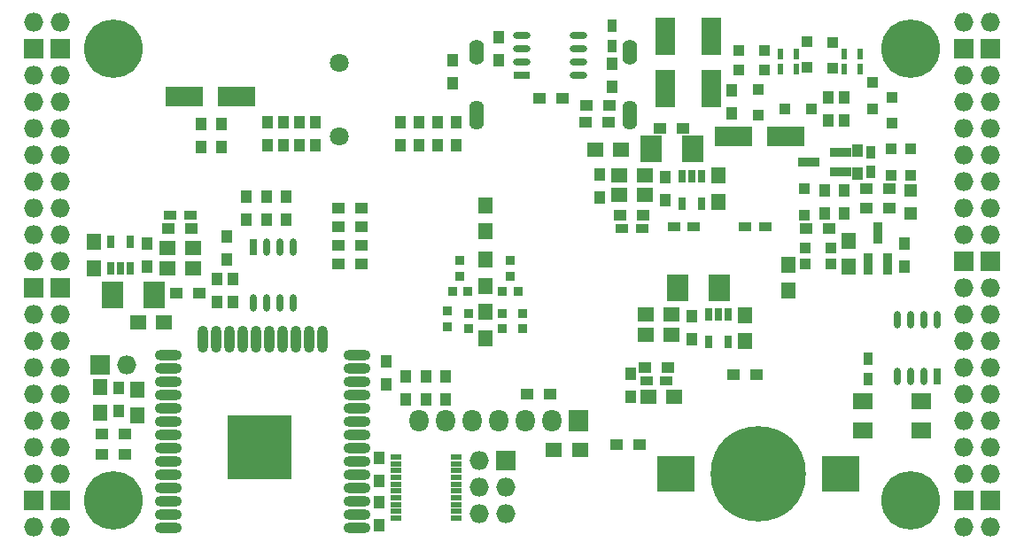
<source format=gbs>
G04 #@! TF.FileFunction,Soldermask,Bot*
%FSLAX46Y46*%
G04 Gerber Fmt 4.6, Leading zero omitted, Abs format (unit mm)*
G04 Created by KiCad (PCBNEW 4.0.7+dfsg1-1) date Thu Feb 22 21:10:55 2018*
%MOMM*%
%LPD*%
G01*
G04 APERTURE LIST*
%ADD10C,0.100000*%
%ADD11O,1.827200X1.827200*%
%ADD12R,1.827200X1.827200*%
%ADD13R,1.000000X1.300000*%
%ADD14R,1.900000X3.600000*%
%ADD15R,1.300000X1.000000*%
%ADD16R,2.100000X2.600000*%
%ADD17R,0.800000X1.300000*%
%ADD18R,1.350000X1.600000*%
%ADD19R,1.600000X1.350000*%
%ADD20R,0.900000X2.000000*%
%ADD21R,2.000000X0.900000*%
%ADD22R,1.300000X0.850000*%
%ADD23R,0.850000X1.300000*%
%ADD24C,5.600000*%
%ADD25R,1.100000X0.500000*%
%ADD26R,1.827200X2.132000*%
%ADD27O,1.827200X2.132000*%
%ADD28R,3.600000X1.900000*%
%ADD29R,3.600000X3.400000*%
%ADD30C,9.100000*%
%ADD31R,1.100000X1.100000*%
%ADD32C,1.800000*%
%ADD33O,1.400000X2.800000*%
%ADD34O,1.400000X2.400000*%
%ADD35R,0.700000X1.650000*%
%ADD36O,0.700000X1.650000*%
%ADD37R,1.650000X0.700000*%
%ADD38O,1.650000X0.700000*%
%ADD39O,2.600000X1.000000*%
%ADD40O,1.000000X2.600000*%
%ADD41R,6.100000X6.100000*%
%ADD42R,1.900000X1.500000*%
%ADD43R,1.300000X1.300000*%
%ADD44R,0.850000X0.900000*%
%ADD45R,0.900000X0.850000*%
%ADD46R,0.600000X1.000000*%
G04 APERTURE END LIST*
D10*
D11*
X97910000Y-62690000D03*
X95370000Y-62690000D03*
D12*
X97910000Y-65230000D03*
X95370000Y-65230000D03*
D11*
X97910000Y-67770000D03*
X95370000Y-67770000D03*
X97910000Y-70310000D03*
X95370000Y-70310000D03*
X97910000Y-72850000D03*
X95370000Y-72850000D03*
X97910000Y-75390000D03*
X95370000Y-75390000D03*
X97910000Y-77930000D03*
X95370000Y-77930000D03*
X97910000Y-80470000D03*
X95370000Y-80470000D03*
X97910000Y-83010000D03*
X95370000Y-83010000D03*
X97910000Y-85550000D03*
X95370000Y-85550000D03*
D12*
X97910000Y-88090000D03*
X95370000Y-88090000D03*
D11*
X97910000Y-90630000D03*
X95370000Y-90630000D03*
X97910000Y-93170000D03*
X95370000Y-93170000D03*
X97910000Y-95710000D03*
X95370000Y-95710000D03*
X97910000Y-98250000D03*
X95370000Y-98250000D03*
X97910000Y-100790000D03*
X95370000Y-100790000D03*
X97910000Y-103330000D03*
X95370000Y-103330000D03*
X97910000Y-105870000D03*
X95370000Y-105870000D03*
D12*
X97910000Y-108410000D03*
X95370000Y-108410000D03*
D11*
X97910000Y-110950000D03*
X95370000Y-110950000D03*
D13*
X103498000Y-99858000D03*
X103498000Y-97658000D03*
D14*
X155695000Y-69000000D03*
X155695000Y-64000000D03*
D15*
X157430000Y-72850000D03*
X155230000Y-72850000D03*
D16*
X160870000Y-88090000D03*
X156870000Y-88090000D03*
D17*
X159825000Y-90600000D03*
X160775000Y-90600000D03*
X161725000Y-90600000D03*
X161725000Y-93200000D03*
X159825000Y-93200000D03*
D16*
X102895000Y-88725000D03*
X106895000Y-88725000D03*
D17*
X104575000Y-86215000D03*
X103625000Y-86215000D03*
X102675000Y-86215000D03*
X102675000Y-83615000D03*
X104575000Y-83615000D03*
D16*
X158330000Y-74755000D03*
X154330000Y-74755000D03*
D17*
X157285000Y-77392000D03*
X158235000Y-77392000D03*
X159185000Y-77392000D03*
X159185000Y-79992000D03*
X157285000Y-79992000D03*
D18*
X101085000Y-83665000D03*
X101085000Y-86165000D03*
D19*
X153810000Y-90630000D03*
X156310000Y-90630000D03*
X153810000Y-92535000D03*
X156310000Y-92535000D03*
D18*
X163315000Y-93150000D03*
X163315000Y-90650000D03*
D19*
X151270000Y-79200000D03*
X153770000Y-79200000D03*
X151270000Y-77295000D03*
X153770000Y-77295000D03*
D18*
X160775000Y-79815000D03*
X160775000Y-77315000D03*
D19*
X110590000Y-84280000D03*
X108090000Y-84280000D03*
X110590000Y-86185000D03*
X108090000Y-86185000D03*
D18*
X173221000Y-86038000D03*
X173221000Y-83538000D03*
D20*
X176965000Y-85780000D03*
X175065000Y-85780000D03*
X176015000Y-82780000D03*
D21*
X172435000Y-75075000D03*
X172435000Y-76975000D03*
X169435000Y-76025000D03*
D22*
X153910000Y-96910000D03*
X155810000Y-96910000D03*
X151570000Y-82375000D03*
X153470000Y-82375000D03*
X110290000Y-81105000D03*
X108390000Y-81105000D03*
D23*
X175380000Y-75075000D03*
X175380000Y-76975000D03*
D15*
X169200000Y-82375000D03*
X171400000Y-82375000D03*
D13*
X172840000Y-80935000D03*
X172840000Y-78735000D03*
D15*
X177115000Y-80470000D03*
X174915000Y-80470000D03*
D13*
X174110000Y-74925000D03*
X174110000Y-77125000D03*
X178555000Y-83815000D03*
X178555000Y-86015000D03*
X113785000Y-83180000D03*
X113785000Y-85380000D03*
X170935000Y-80935000D03*
X170935000Y-78735000D03*
X128390000Y-108580000D03*
X128390000Y-110780000D03*
D15*
X153239000Y-103076000D03*
X151039000Y-103076000D03*
X177115000Y-78565000D03*
X174915000Y-78565000D03*
X153760000Y-95640000D03*
X155960000Y-95640000D03*
X110440000Y-82375000D03*
X108240000Y-82375000D03*
X151420000Y-81105000D03*
X153620000Y-81105000D03*
D13*
X158235000Y-90800000D03*
X158235000Y-93000000D03*
X106165000Y-86015000D03*
X106165000Y-83815000D03*
X155695000Y-77465000D03*
X155695000Y-79665000D03*
D15*
X126696000Y-85804000D03*
X124496000Y-85804000D03*
X126696000Y-84026000D03*
X124496000Y-84026000D03*
X126696000Y-82248000D03*
X124496000Y-82248000D03*
X126696000Y-80470000D03*
X124496000Y-80470000D03*
D13*
X130422000Y-74458000D03*
X130422000Y-72258000D03*
X132200000Y-74458000D03*
X132200000Y-72258000D03*
X133978000Y-74458000D03*
X133978000Y-72258000D03*
X135756000Y-74458000D03*
X135756000Y-72258000D03*
D23*
X150589600Y-64910000D03*
X150589600Y-63010000D03*
D11*
X184270000Y-110950000D03*
X186810000Y-110950000D03*
D12*
X184270000Y-108410000D03*
X186810000Y-108410000D03*
D11*
X184270000Y-105870000D03*
X186810000Y-105870000D03*
X184270000Y-103330000D03*
X186810000Y-103330000D03*
X184270000Y-100790000D03*
X186810000Y-100790000D03*
X184270000Y-98250000D03*
X186810000Y-98250000D03*
X184270000Y-95710000D03*
X186810000Y-95710000D03*
X184270000Y-93170000D03*
X186810000Y-93170000D03*
X184270000Y-90630000D03*
X186810000Y-90630000D03*
X184270000Y-88090000D03*
X186810000Y-88090000D03*
D12*
X184270000Y-85550000D03*
X186810000Y-85550000D03*
D11*
X184270000Y-83010000D03*
X186810000Y-83010000D03*
X184270000Y-80470000D03*
X186810000Y-80470000D03*
X184270000Y-77930000D03*
X186810000Y-77930000D03*
X184270000Y-75390000D03*
X186810000Y-75390000D03*
X184270000Y-72850000D03*
X186810000Y-72850000D03*
X184270000Y-70310000D03*
X186810000Y-70310000D03*
X184270000Y-67770000D03*
X186810000Y-67770000D03*
D12*
X184270000Y-65230000D03*
X186810000Y-65230000D03*
D11*
X184270000Y-62690000D03*
X186810000Y-62690000D03*
D24*
X102990000Y-108410000D03*
X179190000Y-108410000D03*
X179190000Y-65230000D03*
X102990000Y-65230000D03*
D13*
X162045000Y-71410000D03*
X162045000Y-69210000D03*
X139820000Y-66330000D03*
X139820000Y-64130000D03*
X135375000Y-68532000D03*
X135375000Y-66332000D03*
X150615000Y-68870000D03*
X150615000Y-66670000D03*
D15*
X150275000Y-72215000D03*
X148075000Y-72215000D03*
X150380000Y-70600000D03*
X148180000Y-70600000D03*
D25*
X135735000Y-104215000D03*
X135735000Y-104865000D03*
X135735000Y-105515000D03*
X135735000Y-106165000D03*
X135735000Y-106815000D03*
X135735000Y-107465000D03*
X135735000Y-108115000D03*
X135735000Y-108765000D03*
X135735000Y-109415000D03*
X135735000Y-110065000D03*
X129935000Y-110065000D03*
X129935000Y-109415000D03*
X129935000Y-108765000D03*
X129935000Y-108115000D03*
X129935000Y-107465000D03*
X129935000Y-106815000D03*
X129935000Y-106165000D03*
X129935000Y-105515000D03*
X129935000Y-104865000D03*
X129935000Y-104215000D03*
D13*
X119500000Y-79370000D03*
X119500000Y-81570000D03*
X114420000Y-89444000D03*
X114420000Y-87244000D03*
X129025000Y-97275000D03*
X129025000Y-95075000D03*
X117595000Y-79370000D03*
X117595000Y-81570000D03*
X112896000Y-89444000D03*
X112896000Y-87244000D03*
X115690000Y-79370000D03*
X115690000Y-81570000D03*
D15*
X144730000Y-98250000D03*
X142530000Y-98250000D03*
D13*
X132835000Y-98715000D03*
X132835000Y-96515000D03*
X130930000Y-98715000D03*
X130930000Y-96515000D03*
D15*
X101890000Y-103965000D03*
X104090000Y-103965000D03*
D12*
X101720000Y-95456000D03*
D11*
X104260000Y-95456000D03*
D15*
X104090000Y-102060000D03*
X101890000Y-102060000D03*
D18*
X167506000Y-88324000D03*
X167506000Y-85824000D03*
D15*
X164415000Y-96345000D03*
X162215000Y-96345000D03*
D12*
X140455000Y-104600000D03*
D11*
X137915000Y-104600000D03*
X140455000Y-107140000D03*
X137915000Y-107140000D03*
X140455000Y-109680000D03*
X137915000Y-109680000D03*
D18*
X138500000Y-90370000D03*
X138500000Y-92870000D03*
X138500000Y-82670000D03*
X138500000Y-80170000D03*
X138500000Y-85370000D03*
X138500000Y-87870000D03*
X101720000Y-97508000D03*
X101720000Y-100008000D03*
D13*
X113277000Y-74585000D03*
X113277000Y-72385000D03*
X111372000Y-74585000D03*
X111372000Y-72385000D03*
X172840000Y-72045000D03*
X172840000Y-69845000D03*
X171316000Y-72045000D03*
X171316000Y-69845000D03*
D26*
X147440000Y-100790000D03*
D27*
X144900000Y-100790000D03*
X142360000Y-100790000D03*
X139820000Y-100790000D03*
X137280000Y-100790000D03*
X134740000Y-100790000D03*
X132200000Y-100790000D03*
D18*
X105276000Y-100262000D03*
X105276000Y-97762000D03*
D28*
X109761000Y-69802000D03*
X114761000Y-69802000D03*
X167212000Y-73612000D03*
X162212000Y-73612000D03*
D14*
X160140000Y-64000000D03*
X160140000Y-69000000D03*
D19*
X154064000Y-98504000D03*
X156564000Y-98504000D03*
X107796000Y-91392000D03*
X105296000Y-91392000D03*
X151484000Y-74882000D03*
X148984000Y-74882000D03*
D13*
X134740000Y-96515000D03*
X134740000Y-98715000D03*
D29*
X172485000Y-105870000D03*
X156685000Y-105870000D03*
D30*
X164585000Y-105870000D03*
D31*
X169284000Y-66988000D03*
X169284000Y-64488000D03*
X171697000Y-67081000D03*
X171697000Y-64581000D03*
X169050000Y-84280000D03*
X171550000Y-84280000D03*
X169030000Y-81085000D03*
X169030000Y-78585000D03*
X171550000Y-85804000D03*
X169050000Y-85804000D03*
X179190000Y-77275000D03*
X179190000Y-74775000D03*
X177285000Y-74775000D03*
X177285000Y-77275000D03*
X167145000Y-70945000D03*
X169645000Y-70945000D03*
X164585000Y-69060000D03*
X164585000Y-71560000D03*
D13*
X128390000Y-106546000D03*
X128390000Y-104346000D03*
X117722000Y-74458000D03*
X117722000Y-72258000D03*
X119246000Y-74458000D03*
X119246000Y-72258000D03*
X120770000Y-74458000D03*
X120770000Y-72258000D03*
X122294000Y-74458000D03*
X122294000Y-72258000D03*
D15*
X145880000Y-69900000D03*
X143680000Y-69900000D03*
D32*
X124580000Y-66548000D03*
X124580000Y-73548000D03*
D33*
X152280000Y-71550000D03*
X137680000Y-71550000D03*
D34*
X137680000Y-65500000D03*
X152280000Y-65500000D03*
D35*
X181730000Y-96505000D03*
D36*
X180460000Y-96505000D03*
X179190000Y-96505000D03*
X177920000Y-96505000D03*
X177920000Y-91105000D03*
X179190000Y-91105000D03*
X180460000Y-91105000D03*
X181730000Y-91105000D03*
D37*
X141980000Y-67706500D03*
D38*
X141980000Y-66436500D03*
X141980000Y-65166500D03*
X141980000Y-63896500D03*
X147380000Y-63896500D03*
X147380000Y-65166500D03*
X147380000Y-66436500D03*
X147380000Y-67706500D03*
D35*
X116325000Y-84120000D03*
D36*
X117595000Y-84120000D03*
X118865000Y-84120000D03*
X120135000Y-84120000D03*
X120135000Y-89520000D03*
X118865000Y-89520000D03*
X117595000Y-89520000D03*
X116325000Y-89520000D03*
D39*
X126230000Y-111000000D03*
X126230000Y-109730000D03*
X126230000Y-108460000D03*
X126230000Y-107190000D03*
X126230000Y-105920000D03*
X126230000Y-104650000D03*
X126230000Y-103380000D03*
X126230000Y-102110000D03*
X126230000Y-100840000D03*
X126230000Y-99570000D03*
X126230000Y-98300000D03*
X126230000Y-97030000D03*
X126230000Y-95760000D03*
X126230000Y-94490000D03*
D40*
X122945000Y-93000000D03*
X121675000Y-93000000D03*
X120405000Y-93000000D03*
X119135000Y-93000000D03*
X117865000Y-93000000D03*
X116595000Y-93000000D03*
X115325000Y-93000000D03*
X114055000Y-93000000D03*
X112785000Y-93000000D03*
X111515000Y-93000000D03*
D39*
X108230000Y-94490000D03*
X108230000Y-95760000D03*
X108230000Y-97030000D03*
X108230000Y-98300000D03*
X108230000Y-99570000D03*
X108230000Y-100840000D03*
X108230000Y-102110000D03*
X108230000Y-103380000D03*
X108230000Y-104650000D03*
X108230000Y-105920000D03*
X108230000Y-107190000D03*
X108230000Y-108460000D03*
X108230000Y-109730000D03*
X108230000Y-111000000D03*
D41*
X116930000Y-103300000D03*
D42*
X180212000Y-98882000D03*
X174612000Y-98882000D03*
X174612000Y-101682000D03*
X180212000Y-101682000D03*
D43*
X179190000Y-78735000D03*
X179190000Y-80935000D03*
D44*
X140900000Y-86970000D03*
X140900000Y-85470000D03*
X136100000Y-86970000D03*
X136100000Y-85470000D03*
X136900000Y-91970000D03*
X136900000Y-90470000D03*
X140100000Y-91970000D03*
X140100000Y-90470000D03*
X142100000Y-91970000D03*
X142100000Y-90470000D03*
X134900000Y-91770000D03*
X134900000Y-90270000D03*
D45*
X136850000Y-88420000D03*
X135350000Y-88420000D03*
X140150000Y-88420000D03*
X141650000Y-88420000D03*
D22*
X163350000Y-82220000D03*
X165250000Y-82220000D03*
X158450000Y-82220000D03*
X156550000Y-82220000D03*
D23*
X175100000Y-94870000D03*
X175100000Y-96770000D03*
D46*
X166756000Y-67135000D03*
X168256000Y-67135000D03*
X174350000Y-67120000D03*
X172850000Y-67120000D03*
D31*
X162700000Y-67262000D03*
X165200000Y-67262000D03*
X165200000Y-65357000D03*
X162700000Y-65357000D03*
X175507000Y-70925000D03*
X175507000Y-68425000D03*
X177412000Y-69822000D03*
X177412000Y-72322000D03*
D46*
X166756000Y-65738000D03*
X168256000Y-65738000D03*
X172852000Y-65738000D03*
X174352000Y-65738000D03*
D13*
X152393000Y-96261000D03*
X152393000Y-98461000D03*
D15*
X109002000Y-88598000D03*
X111202000Y-88598000D03*
D13*
X149472000Y-77211000D03*
X149472000Y-79411000D03*
D19*
X145047000Y-103584000D03*
X147547000Y-103584000D03*
M02*

</source>
